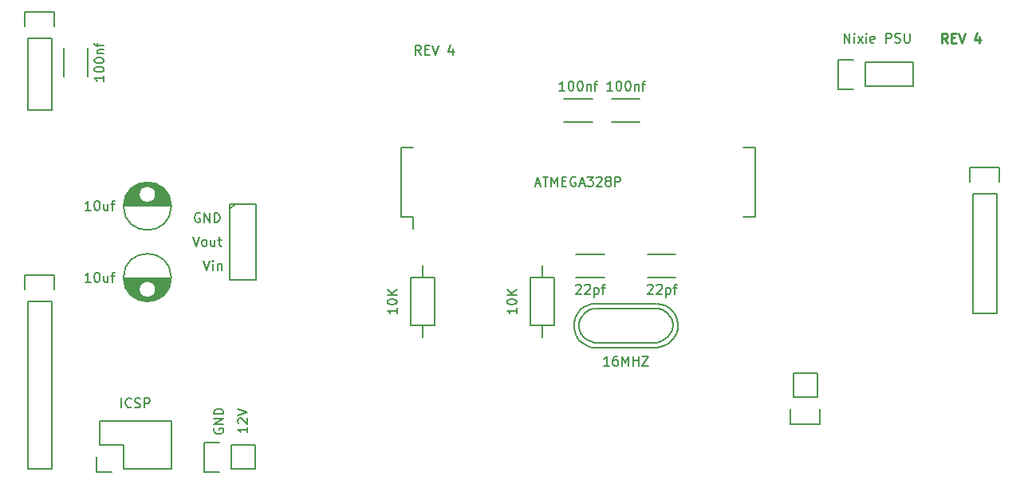
<source format=gto>
G04 #@! TF.FileFunction,Legend,Top*
%FSLAX46Y46*%
G04 Gerber Fmt 4.6, Leading zero omitted, Abs format (unit mm)*
G04 Created by KiCad (PCBNEW (2015-10-31 BZR 6288)-product) date Sunday, February 14, 2016 'AMt' 12:13:45 AM*
%MOMM*%
G01*
G04 APERTURE LIST*
%ADD10C,0.100000*%
%ADD11C,0.177800*%
%ADD12C,0.250000*%
%ADD13C,0.150000*%
G04 APERTURE END LIST*
D10*
D11*
X172537381Y-109910476D02*
X172537381Y-110481905D01*
X172537381Y-110196191D02*
X171537381Y-110196191D01*
X171680238Y-110291429D01*
X171775476Y-110386667D01*
X171823095Y-110481905D01*
X171537381Y-109291429D02*
X171537381Y-109196190D01*
X171585000Y-109100952D01*
X171632619Y-109053333D01*
X171727857Y-109005714D01*
X171918333Y-108958095D01*
X172156429Y-108958095D01*
X172346905Y-109005714D01*
X172442143Y-109053333D01*
X172489762Y-109100952D01*
X172537381Y-109196190D01*
X172537381Y-109291429D01*
X172489762Y-109386667D01*
X172442143Y-109434286D01*
X172346905Y-109481905D01*
X172156429Y-109529524D01*
X171918333Y-109529524D01*
X171727857Y-109481905D01*
X171632619Y-109434286D01*
X171585000Y-109386667D01*
X171537381Y-109291429D01*
X172537381Y-108529524D02*
X171537381Y-108529524D01*
X172537381Y-107958095D02*
X171965952Y-108386667D01*
X171537381Y-107958095D02*
X172108810Y-108529524D01*
X159837381Y-109910476D02*
X159837381Y-110481905D01*
X159837381Y-110196191D02*
X158837381Y-110196191D01*
X158980238Y-110291429D01*
X159075476Y-110386667D01*
X159123095Y-110481905D01*
X158837381Y-109291429D02*
X158837381Y-109196190D01*
X158885000Y-109100952D01*
X158932619Y-109053333D01*
X159027857Y-109005714D01*
X159218333Y-108958095D01*
X159456429Y-108958095D01*
X159646905Y-109005714D01*
X159742143Y-109053333D01*
X159789762Y-109100952D01*
X159837381Y-109196190D01*
X159837381Y-109291429D01*
X159789762Y-109386667D01*
X159742143Y-109434286D01*
X159646905Y-109481905D01*
X159456429Y-109529524D01*
X159218333Y-109529524D01*
X159027857Y-109481905D01*
X158932619Y-109434286D01*
X158885000Y-109386667D01*
X158837381Y-109291429D01*
X159837381Y-108529524D02*
X158837381Y-108529524D01*
X159837381Y-107958095D02*
X159265952Y-108386667D01*
X158837381Y-107958095D02*
X159408810Y-108529524D01*
X178840000Y-107497619D02*
X178887619Y-107450000D01*
X178982857Y-107402381D01*
X179220953Y-107402381D01*
X179316191Y-107450000D01*
X179363810Y-107497619D01*
X179411429Y-107592857D01*
X179411429Y-107688095D01*
X179363810Y-107830952D01*
X178792381Y-108402381D01*
X179411429Y-108402381D01*
X179792381Y-107497619D02*
X179840000Y-107450000D01*
X179935238Y-107402381D01*
X180173334Y-107402381D01*
X180268572Y-107450000D01*
X180316191Y-107497619D01*
X180363810Y-107592857D01*
X180363810Y-107688095D01*
X180316191Y-107830952D01*
X179744762Y-108402381D01*
X180363810Y-108402381D01*
X180792381Y-107735714D02*
X180792381Y-108735714D01*
X180792381Y-107783333D02*
X180887619Y-107735714D01*
X181078096Y-107735714D01*
X181173334Y-107783333D01*
X181220953Y-107830952D01*
X181268572Y-107926190D01*
X181268572Y-108211905D01*
X181220953Y-108307143D01*
X181173334Y-108354762D01*
X181078096Y-108402381D01*
X180887619Y-108402381D01*
X180792381Y-108354762D01*
X181554286Y-107735714D02*
X181935238Y-107735714D01*
X181697143Y-108402381D02*
X181697143Y-107545238D01*
X181744762Y-107450000D01*
X181840000Y-107402381D01*
X181935238Y-107402381D01*
X186460000Y-107497619D02*
X186507619Y-107450000D01*
X186602857Y-107402381D01*
X186840953Y-107402381D01*
X186936191Y-107450000D01*
X186983810Y-107497619D01*
X187031429Y-107592857D01*
X187031429Y-107688095D01*
X186983810Y-107830952D01*
X186412381Y-108402381D01*
X187031429Y-108402381D01*
X187412381Y-107497619D02*
X187460000Y-107450000D01*
X187555238Y-107402381D01*
X187793334Y-107402381D01*
X187888572Y-107450000D01*
X187936191Y-107497619D01*
X187983810Y-107592857D01*
X187983810Y-107688095D01*
X187936191Y-107830952D01*
X187364762Y-108402381D01*
X187983810Y-108402381D01*
X188412381Y-107735714D02*
X188412381Y-108735714D01*
X188412381Y-107783333D02*
X188507619Y-107735714D01*
X188698096Y-107735714D01*
X188793334Y-107783333D01*
X188840953Y-107830952D01*
X188888572Y-107926190D01*
X188888572Y-108211905D01*
X188840953Y-108307143D01*
X188793334Y-108354762D01*
X188698096Y-108402381D01*
X188507619Y-108402381D01*
X188412381Y-108354762D01*
X189174286Y-107735714D02*
X189555238Y-107735714D01*
X189317143Y-108402381D02*
X189317143Y-107545238D01*
X189364762Y-107450000D01*
X189460000Y-107402381D01*
X189555238Y-107402381D01*
X182388096Y-116022381D02*
X181816667Y-116022381D01*
X182102381Y-116022381D02*
X182102381Y-115022381D01*
X182007143Y-115165238D01*
X181911905Y-115260476D01*
X181816667Y-115308095D01*
X183245239Y-115022381D02*
X183054762Y-115022381D01*
X182959524Y-115070000D01*
X182911905Y-115117619D01*
X182816667Y-115260476D01*
X182769048Y-115450952D01*
X182769048Y-115831905D01*
X182816667Y-115927143D01*
X182864286Y-115974762D01*
X182959524Y-116022381D01*
X183150001Y-116022381D01*
X183245239Y-115974762D01*
X183292858Y-115927143D01*
X183340477Y-115831905D01*
X183340477Y-115593810D01*
X183292858Y-115498571D01*
X183245239Y-115450952D01*
X183150001Y-115403333D01*
X182959524Y-115403333D01*
X182864286Y-115450952D01*
X182816667Y-115498571D01*
X182769048Y-115593810D01*
X183769048Y-116022381D02*
X183769048Y-115022381D01*
X184102382Y-115736667D01*
X184435715Y-115022381D01*
X184435715Y-116022381D01*
X184911905Y-116022381D02*
X184911905Y-115022381D01*
X184911905Y-115498571D02*
X185483334Y-115498571D01*
X185483334Y-116022381D02*
X185483334Y-115022381D01*
X185864286Y-115022381D02*
X186530953Y-115022381D01*
X185864286Y-116022381D01*
X186530953Y-116022381D01*
X127341429Y-107132381D02*
X126770000Y-107132381D01*
X127055714Y-107132381D02*
X127055714Y-106132381D01*
X126960476Y-106275238D01*
X126865238Y-106370476D01*
X126770000Y-106418095D01*
X127960476Y-106132381D02*
X128055715Y-106132381D01*
X128150953Y-106180000D01*
X128198572Y-106227619D01*
X128246191Y-106322857D01*
X128293810Y-106513333D01*
X128293810Y-106751429D01*
X128246191Y-106941905D01*
X128198572Y-107037143D01*
X128150953Y-107084762D01*
X128055715Y-107132381D01*
X127960476Y-107132381D01*
X127865238Y-107084762D01*
X127817619Y-107037143D01*
X127770000Y-106941905D01*
X127722381Y-106751429D01*
X127722381Y-106513333D01*
X127770000Y-106322857D01*
X127817619Y-106227619D01*
X127865238Y-106180000D01*
X127960476Y-106132381D01*
X129150953Y-106465714D02*
X129150953Y-107132381D01*
X128722381Y-106465714D02*
X128722381Y-106989524D01*
X128770000Y-107084762D01*
X128865238Y-107132381D01*
X129008096Y-107132381D01*
X129103334Y-107084762D01*
X129150953Y-107037143D01*
X129484286Y-106465714D02*
X129865238Y-106465714D01*
X129627143Y-107132381D02*
X129627143Y-106275238D01*
X129674762Y-106180000D01*
X129770000Y-106132381D01*
X129865238Y-106132381D01*
X127341429Y-99512381D02*
X126770000Y-99512381D01*
X127055714Y-99512381D02*
X127055714Y-98512381D01*
X126960476Y-98655238D01*
X126865238Y-98750476D01*
X126770000Y-98798095D01*
X127960476Y-98512381D02*
X128055715Y-98512381D01*
X128150953Y-98560000D01*
X128198572Y-98607619D01*
X128246191Y-98702857D01*
X128293810Y-98893333D01*
X128293810Y-99131429D01*
X128246191Y-99321905D01*
X128198572Y-99417143D01*
X128150953Y-99464762D01*
X128055715Y-99512381D01*
X127960476Y-99512381D01*
X127865238Y-99464762D01*
X127817619Y-99417143D01*
X127770000Y-99321905D01*
X127722381Y-99131429D01*
X127722381Y-98893333D01*
X127770000Y-98702857D01*
X127817619Y-98607619D01*
X127865238Y-98560000D01*
X127960476Y-98512381D01*
X129150953Y-98845714D02*
X129150953Y-99512381D01*
X128722381Y-98845714D02*
X128722381Y-99369524D01*
X128770000Y-99464762D01*
X128865238Y-99512381D01*
X129008096Y-99512381D01*
X129103334Y-99464762D01*
X129150953Y-99417143D01*
X129484286Y-98845714D02*
X129865238Y-98845714D01*
X129627143Y-99512381D02*
X129627143Y-98655238D01*
X129674762Y-98560000D01*
X129770000Y-98512381D01*
X129865238Y-98512381D01*
X138938096Y-99830000D02*
X138842858Y-99782381D01*
X138700001Y-99782381D01*
X138557143Y-99830000D01*
X138461905Y-99925238D01*
X138414286Y-100020476D01*
X138366667Y-100210952D01*
X138366667Y-100353810D01*
X138414286Y-100544286D01*
X138461905Y-100639524D01*
X138557143Y-100734762D01*
X138700001Y-100782381D01*
X138795239Y-100782381D01*
X138938096Y-100734762D01*
X138985715Y-100687143D01*
X138985715Y-100353810D01*
X138795239Y-100353810D01*
X139414286Y-100782381D02*
X139414286Y-99782381D01*
X139985715Y-100782381D01*
X139985715Y-99782381D01*
X140461905Y-100782381D02*
X140461905Y-99782381D01*
X140700000Y-99782381D01*
X140842858Y-99830000D01*
X140938096Y-99925238D01*
X140985715Y-100020476D01*
X141033334Y-100210952D01*
X141033334Y-100353810D01*
X140985715Y-100544286D01*
X140938096Y-100639524D01*
X140842858Y-100734762D01*
X140700000Y-100782381D01*
X140461905Y-100782381D01*
X138176190Y-102322381D02*
X138509523Y-103322381D01*
X138842857Y-102322381D01*
X139319047Y-103322381D02*
X139223809Y-103274762D01*
X139176190Y-103227143D01*
X139128571Y-103131905D01*
X139128571Y-102846190D01*
X139176190Y-102750952D01*
X139223809Y-102703333D01*
X139319047Y-102655714D01*
X139461905Y-102655714D01*
X139557143Y-102703333D01*
X139604762Y-102750952D01*
X139652381Y-102846190D01*
X139652381Y-103131905D01*
X139604762Y-103227143D01*
X139557143Y-103274762D01*
X139461905Y-103322381D01*
X139319047Y-103322381D01*
X140509524Y-102655714D02*
X140509524Y-103322381D01*
X140080952Y-102655714D02*
X140080952Y-103179524D01*
X140128571Y-103274762D01*
X140223809Y-103322381D01*
X140366667Y-103322381D01*
X140461905Y-103274762D01*
X140509524Y-103227143D01*
X140842857Y-102655714D02*
X141223809Y-102655714D01*
X140985714Y-102322381D02*
X140985714Y-103179524D01*
X141033333Y-103274762D01*
X141128571Y-103322381D01*
X141223809Y-103322381D01*
X139311191Y-104862381D02*
X139644524Y-105862381D01*
X139977858Y-104862381D01*
X140311191Y-105862381D02*
X140311191Y-105195714D01*
X140311191Y-104862381D02*
X140263572Y-104910000D01*
X140311191Y-104957619D01*
X140358810Y-104910000D01*
X140311191Y-104862381D01*
X140311191Y-104957619D01*
X140787381Y-105195714D02*
X140787381Y-105862381D01*
X140787381Y-105290952D02*
X140835000Y-105243333D01*
X140930238Y-105195714D01*
X141073096Y-105195714D01*
X141168334Y-105243333D01*
X141215953Y-105338571D01*
X141215953Y-105862381D01*
X130603810Y-120467381D02*
X130603810Y-119467381D01*
X131651429Y-120372143D02*
X131603810Y-120419762D01*
X131460953Y-120467381D01*
X131365715Y-120467381D01*
X131222857Y-120419762D01*
X131127619Y-120324524D01*
X131080000Y-120229286D01*
X131032381Y-120038810D01*
X131032381Y-119895952D01*
X131080000Y-119705476D01*
X131127619Y-119610238D01*
X131222857Y-119515000D01*
X131365715Y-119467381D01*
X131460953Y-119467381D01*
X131603810Y-119515000D01*
X131651429Y-119562619D01*
X132032381Y-120419762D02*
X132175238Y-120467381D01*
X132413334Y-120467381D01*
X132508572Y-120419762D01*
X132556191Y-120372143D01*
X132603810Y-120276905D01*
X132603810Y-120181667D01*
X132556191Y-120086429D01*
X132508572Y-120038810D01*
X132413334Y-119991190D01*
X132222857Y-119943571D01*
X132127619Y-119895952D01*
X132080000Y-119848333D01*
X132032381Y-119753095D01*
X132032381Y-119657857D01*
X132080000Y-119562619D01*
X132127619Y-119515000D01*
X132222857Y-119467381D01*
X132460953Y-119467381D01*
X132603810Y-119515000D01*
X133032381Y-120467381D02*
X133032381Y-119467381D01*
X133413334Y-119467381D01*
X133508572Y-119515000D01*
X133556191Y-119562619D01*
X133603810Y-119657857D01*
X133603810Y-119800714D01*
X133556191Y-119895952D01*
X133508572Y-119943571D01*
X133413334Y-119991190D01*
X133032381Y-119991190D01*
X143962381Y-122539047D02*
X143962381Y-123110476D01*
X143962381Y-122824762D02*
X142962381Y-122824762D01*
X143105238Y-122920000D01*
X143200476Y-123015238D01*
X143248095Y-123110476D01*
X143057619Y-122158095D02*
X143010000Y-122110476D01*
X142962381Y-122015238D01*
X142962381Y-121777142D01*
X143010000Y-121681904D01*
X143057619Y-121634285D01*
X143152857Y-121586666D01*
X143248095Y-121586666D01*
X143390952Y-121634285D01*
X143962381Y-122205714D01*
X143962381Y-121586666D01*
X142962381Y-121300952D02*
X143962381Y-120967619D01*
X142962381Y-120634285D01*
X140470000Y-122681904D02*
X140422381Y-122777142D01*
X140422381Y-122919999D01*
X140470000Y-123062857D01*
X140565238Y-123158095D01*
X140660476Y-123205714D01*
X140850952Y-123253333D01*
X140993810Y-123253333D01*
X141184286Y-123205714D01*
X141279524Y-123158095D01*
X141374762Y-123062857D01*
X141422381Y-122919999D01*
X141422381Y-122824761D01*
X141374762Y-122681904D01*
X141327143Y-122634285D01*
X140993810Y-122634285D01*
X140993810Y-122824761D01*
X141422381Y-122205714D02*
X140422381Y-122205714D01*
X141422381Y-121634285D01*
X140422381Y-121634285D01*
X141422381Y-121158095D02*
X140422381Y-121158095D01*
X140422381Y-120920000D01*
X140470000Y-120777142D01*
X140565238Y-120681904D01*
X140660476Y-120634285D01*
X140850952Y-120586666D01*
X140993810Y-120586666D01*
X141184286Y-120634285D01*
X141279524Y-120681904D01*
X141374762Y-120777142D01*
X141422381Y-120920000D01*
X141422381Y-121158095D01*
X128722381Y-85224762D02*
X128722381Y-85796191D01*
X128722381Y-85510477D02*
X127722381Y-85510477D01*
X127865238Y-85605715D01*
X127960476Y-85700953D01*
X128008095Y-85796191D01*
X127722381Y-84605715D02*
X127722381Y-84510476D01*
X127770000Y-84415238D01*
X127817619Y-84367619D01*
X127912857Y-84320000D01*
X128103333Y-84272381D01*
X128341429Y-84272381D01*
X128531905Y-84320000D01*
X128627143Y-84367619D01*
X128674762Y-84415238D01*
X128722381Y-84510476D01*
X128722381Y-84605715D01*
X128674762Y-84700953D01*
X128627143Y-84748572D01*
X128531905Y-84796191D01*
X128341429Y-84843810D01*
X128103333Y-84843810D01*
X127912857Y-84796191D01*
X127817619Y-84748572D01*
X127770000Y-84700953D01*
X127722381Y-84605715D01*
X127722381Y-83653334D02*
X127722381Y-83558095D01*
X127770000Y-83462857D01*
X127817619Y-83415238D01*
X127912857Y-83367619D01*
X128103333Y-83320000D01*
X128341429Y-83320000D01*
X128531905Y-83367619D01*
X128627143Y-83415238D01*
X128674762Y-83462857D01*
X128722381Y-83558095D01*
X128722381Y-83653334D01*
X128674762Y-83748572D01*
X128627143Y-83796191D01*
X128531905Y-83843810D01*
X128341429Y-83891429D01*
X128103333Y-83891429D01*
X127912857Y-83843810D01*
X127817619Y-83796191D01*
X127770000Y-83748572D01*
X127722381Y-83653334D01*
X128055714Y-82891429D02*
X128722381Y-82891429D01*
X128150952Y-82891429D02*
X128103333Y-82843810D01*
X128055714Y-82748572D01*
X128055714Y-82605714D01*
X128103333Y-82510476D01*
X128198571Y-82462857D01*
X128722381Y-82462857D01*
X128055714Y-82129524D02*
X128055714Y-81748572D01*
X128722381Y-81986667D02*
X127865238Y-81986667D01*
X127770000Y-81939048D01*
X127722381Y-81843810D01*
X127722381Y-81748572D01*
X182745238Y-86812381D02*
X182173809Y-86812381D01*
X182459523Y-86812381D02*
X182459523Y-85812381D01*
X182364285Y-85955238D01*
X182269047Y-86050476D01*
X182173809Y-86098095D01*
X183364285Y-85812381D02*
X183459524Y-85812381D01*
X183554762Y-85860000D01*
X183602381Y-85907619D01*
X183650000Y-86002857D01*
X183697619Y-86193333D01*
X183697619Y-86431429D01*
X183650000Y-86621905D01*
X183602381Y-86717143D01*
X183554762Y-86764762D01*
X183459524Y-86812381D01*
X183364285Y-86812381D01*
X183269047Y-86764762D01*
X183221428Y-86717143D01*
X183173809Y-86621905D01*
X183126190Y-86431429D01*
X183126190Y-86193333D01*
X183173809Y-86002857D01*
X183221428Y-85907619D01*
X183269047Y-85860000D01*
X183364285Y-85812381D01*
X184316666Y-85812381D02*
X184411905Y-85812381D01*
X184507143Y-85860000D01*
X184554762Y-85907619D01*
X184602381Y-86002857D01*
X184650000Y-86193333D01*
X184650000Y-86431429D01*
X184602381Y-86621905D01*
X184554762Y-86717143D01*
X184507143Y-86764762D01*
X184411905Y-86812381D01*
X184316666Y-86812381D01*
X184221428Y-86764762D01*
X184173809Y-86717143D01*
X184126190Y-86621905D01*
X184078571Y-86431429D01*
X184078571Y-86193333D01*
X184126190Y-86002857D01*
X184173809Y-85907619D01*
X184221428Y-85860000D01*
X184316666Y-85812381D01*
X185078571Y-86145714D02*
X185078571Y-86812381D01*
X185078571Y-86240952D02*
X185126190Y-86193333D01*
X185221428Y-86145714D01*
X185364286Y-86145714D01*
X185459524Y-86193333D01*
X185507143Y-86288571D01*
X185507143Y-86812381D01*
X185840476Y-86145714D02*
X186221428Y-86145714D01*
X185983333Y-86812381D02*
X185983333Y-85955238D01*
X186030952Y-85860000D01*
X186126190Y-85812381D01*
X186221428Y-85812381D01*
X162401429Y-83002381D02*
X162068095Y-82526190D01*
X161830000Y-83002381D02*
X161830000Y-82002381D01*
X162210953Y-82002381D01*
X162306191Y-82050000D01*
X162353810Y-82097619D01*
X162401429Y-82192857D01*
X162401429Y-82335714D01*
X162353810Y-82430952D01*
X162306191Y-82478571D01*
X162210953Y-82526190D01*
X161830000Y-82526190D01*
X162830000Y-82478571D02*
X163163334Y-82478571D01*
X163306191Y-83002381D02*
X162830000Y-83002381D01*
X162830000Y-82002381D01*
X163306191Y-82002381D01*
X163591905Y-82002381D02*
X163925238Y-83002381D01*
X164258572Y-82002381D01*
X165782382Y-82335714D02*
X165782382Y-83002381D01*
X165544286Y-81954762D02*
X165306191Y-82669048D01*
X165925239Y-82669048D01*
X177665238Y-86812381D02*
X177093809Y-86812381D01*
X177379523Y-86812381D02*
X177379523Y-85812381D01*
X177284285Y-85955238D01*
X177189047Y-86050476D01*
X177093809Y-86098095D01*
X178284285Y-85812381D02*
X178379524Y-85812381D01*
X178474762Y-85860000D01*
X178522381Y-85907619D01*
X178570000Y-86002857D01*
X178617619Y-86193333D01*
X178617619Y-86431429D01*
X178570000Y-86621905D01*
X178522381Y-86717143D01*
X178474762Y-86764762D01*
X178379524Y-86812381D01*
X178284285Y-86812381D01*
X178189047Y-86764762D01*
X178141428Y-86717143D01*
X178093809Y-86621905D01*
X178046190Y-86431429D01*
X178046190Y-86193333D01*
X178093809Y-86002857D01*
X178141428Y-85907619D01*
X178189047Y-85860000D01*
X178284285Y-85812381D01*
X179236666Y-85812381D02*
X179331905Y-85812381D01*
X179427143Y-85860000D01*
X179474762Y-85907619D01*
X179522381Y-86002857D01*
X179570000Y-86193333D01*
X179570000Y-86431429D01*
X179522381Y-86621905D01*
X179474762Y-86717143D01*
X179427143Y-86764762D01*
X179331905Y-86812381D01*
X179236666Y-86812381D01*
X179141428Y-86764762D01*
X179093809Y-86717143D01*
X179046190Y-86621905D01*
X178998571Y-86431429D01*
X178998571Y-86193333D01*
X179046190Y-86002857D01*
X179093809Y-85907619D01*
X179141428Y-85860000D01*
X179236666Y-85812381D01*
X179998571Y-86145714D02*
X179998571Y-86812381D01*
X179998571Y-86240952D02*
X180046190Y-86193333D01*
X180141428Y-86145714D01*
X180284286Y-86145714D01*
X180379524Y-86193333D01*
X180427143Y-86288571D01*
X180427143Y-86812381D01*
X180760476Y-86145714D02*
X181141428Y-86145714D01*
X180903333Y-86812381D02*
X180903333Y-85955238D01*
X180950952Y-85860000D01*
X181046190Y-85812381D01*
X181141428Y-85812381D01*
X207343810Y-81732381D02*
X207343810Y-80732381D01*
X207915239Y-81732381D01*
X207915239Y-80732381D01*
X208391429Y-81732381D02*
X208391429Y-81065714D01*
X208391429Y-80732381D02*
X208343810Y-80780000D01*
X208391429Y-80827619D01*
X208439048Y-80780000D01*
X208391429Y-80732381D01*
X208391429Y-80827619D01*
X208772381Y-81732381D02*
X209296191Y-81065714D01*
X208772381Y-81065714D02*
X209296191Y-81732381D01*
X209677143Y-81732381D02*
X209677143Y-81065714D01*
X209677143Y-80732381D02*
X209629524Y-80780000D01*
X209677143Y-80827619D01*
X209724762Y-80780000D01*
X209677143Y-80732381D01*
X209677143Y-80827619D01*
X210534286Y-81684762D02*
X210439048Y-81732381D01*
X210248571Y-81732381D01*
X210153333Y-81684762D01*
X210105714Y-81589524D01*
X210105714Y-81208571D01*
X210153333Y-81113333D01*
X210248571Y-81065714D01*
X210439048Y-81065714D01*
X210534286Y-81113333D01*
X210581905Y-81208571D01*
X210581905Y-81303810D01*
X210105714Y-81399048D01*
X211772381Y-81732381D02*
X211772381Y-80732381D01*
X212153334Y-80732381D01*
X212248572Y-80780000D01*
X212296191Y-80827619D01*
X212343810Y-80922857D01*
X212343810Y-81065714D01*
X212296191Y-81160952D01*
X212248572Y-81208571D01*
X212153334Y-81256190D01*
X211772381Y-81256190D01*
X212724762Y-81684762D02*
X212867619Y-81732381D01*
X213105715Y-81732381D01*
X213200953Y-81684762D01*
X213248572Y-81637143D01*
X213296191Y-81541905D01*
X213296191Y-81446667D01*
X213248572Y-81351429D01*
X213200953Y-81303810D01*
X213105715Y-81256190D01*
X212915238Y-81208571D01*
X212820000Y-81160952D01*
X212772381Y-81113333D01*
X212724762Y-81018095D01*
X212724762Y-80922857D01*
X212772381Y-80827619D01*
X212820000Y-80780000D01*
X212915238Y-80732381D01*
X213153334Y-80732381D01*
X213296191Y-80780000D01*
X213724762Y-80732381D02*
X213724762Y-81541905D01*
X213772381Y-81637143D01*
X213820000Y-81684762D01*
X213915238Y-81732381D01*
X214105715Y-81732381D01*
X214200953Y-81684762D01*
X214248572Y-81637143D01*
X214296191Y-81541905D01*
X214296191Y-80732381D01*
D12*
X218281429Y-81732381D02*
X217948095Y-81256190D01*
X217710000Y-81732381D02*
X217710000Y-80732381D01*
X218090953Y-80732381D01*
X218186191Y-80780000D01*
X218233810Y-80827619D01*
X218281429Y-80922857D01*
X218281429Y-81065714D01*
X218233810Y-81160952D01*
X218186191Y-81208571D01*
X218090953Y-81256190D01*
X217710000Y-81256190D01*
X218710000Y-81208571D02*
X219043334Y-81208571D01*
X219186191Y-81732381D02*
X218710000Y-81732381D01*
X218710000Y-80732381D01*
X219186191Y-80732381D01*
X219471905Y-80732381D02*
X219805238Y-81732381D01*
X220138572Y-80732381D01*
X221662382Y-81065714D02*
X221662382Y-81732381D01*
X221424286Y-80684762D02*
X221186191Y-81399048D01*
X221805239Y-81399048D01*
D11*
X174570000Y-96686667D02*
X175046191Y-96686667D01*
X174474762Y-96972381D02*
X174808095Y-95972381D01*
X175141429Y-96972381D01*
X175331905Y-95972381D02*
X175903334Y-95972381D01*
X175617619Y-96972381D02*
X175617619Y-95972381D01*
X176236667Y-96972381D02*
X176236667Y-95972381D01*
X176570001Y-96686667D01*
X176903334Y-95972381D01*
X176903334Y-96972381D01*
X177379524Y-96448571D02*
X177712858Y-96448571D01*
X177855715Y-96972381D02*
X177379524Y-96972381D01*
X177379524Y-95972381D01*
X177855715Y-95972381D01*
X178808096Y-96020000D02*
X178712858Y-95972381D01*
X178570001Y-95972381D01*
X178427143Y-96020000D01*
X178331905Y-96115238D01*
X178284286Y-96210476D01*
X178236667Y-96400952D01*
X178236667Y-96543810D01*
X178284286Y-96734286D01*
X178331905Y-96829524D01*
X178427143Y-96924762D01*
X178570001Y-96972381D01*
X178665239Y-96972381D01*
X178808096Y-96924762D01*
X178855715Y-96877143D01*
X178855715Y-96543810D01*
X178665239Y-96543810D01*
X179236667Y-96686667D02*
X179712858Y-96686667D01*
X179141429Y-96972381D02*
X179474762Y-95972381D01*
X179808096Y-96972381D01*
X180046191Y-95972381D02*
X180665239Y-95972381D01*
X180331905Y-96353333D01*
X180474763Y-96353333D01*
X180570001Y-96400952D01*
X180617620Y-96448571D01*
X180665239Y-96543810D01*
X180665239Y-96781905D01*
X180617620Y-96877143D01*
X180570001Y-96924762D01*
X180474763Y-96972381D01*
X180189048Y-96972381D01*
X180093810Y-96924762D01*
X180046191Y-96877143D01*
X181046191Y-96067619D02*
X181093810Y-96020000D01*
X181189048Y-95972381D01*
X181427144Y-95972381D01*
X181522382Y-96020000D01*
X181570001Y-96067619D01*
X181617620Y-96162857D01*
X181617620Y-96258095D01*
X181570001Y-96400952D01*
X180998572Y-96972381D01*
X181617620Y-96972381D01*
X182189048Y-96400952D02*
X182093810Y-96353333D01*
X182046191Y-96305714D01*
X181998572Y-96210476D01*
X181998572Y-96162857D01*
X182046191Y-96067619D01*
X182093810Y-96020000D01*
X182189048Y-95972381D01*
X182379525Y-95972381D01*
X182474763Y-96020000D01*
X182522382Y-96067619D01*
X182570001Y-96162857D01*
X182570001Y-96210476D01*
X182522382Y-96305714D01*
X182474763Y-96353333D01*
X182379525Y-96400952D01*
X182189048Y-96400952D01*
X182093810Y-96448571D01*
X182046191Y-96496190D01*
X181998572Y-96591429D01*
X181998572Y-96781905D01*
X182046191Y-96877143D01*
X182093810Y-96924762D01*
X182189048Y-96972381D01*
X182379525Y-96972381D01*
X182474763Y-96924762D01*
X182522382Y-96877143D01*
X182570001Y-96781905D01*
X182570001Y-96591429D01*
X182522382Y-96496190D01*
X182474763Y-96448571D01*
X182379525Y-96400952D01*
X182998572Y-96972381D02*
X182998572Y-95972381D01*
X183379525Y-95972381D01*
X183474763Y-96020000D01*
X183522382Y-96067619D01*
X183570001Y-96162857D01*
X183570001Y-96305714D01*
X183522382Y-96400952D01*
X183474763Y-96448571D01*
X183379525Y-96496190D01*
X182998572Y-96496190D01*
D13*
X182630000Y-87650000D02*
X185630000Y-87650000D01*
X185630000Y-90150000D02*
X182630000Y-90150000D01*
X126980000Y-82300000D02*
X126980000Y-85300000D01*
X124480000Y-85300000D02*
X124480000Y-82300000D01*
X180590000Y-90150000D02*
X177590000Y-90150000D01*
X177590000Y-87650000D02*
X180590000Y-87650000D01*
X186440000Y-104160000D02*
X189440000Y-104160000D01*
X189440000Y-106660000D02*
X186440000Y-106660000D01*
X181860000Y-106660000D02*
X178860000Y-106660000D01*
X178860000Y-104160000D02*
X181860000Y-104160000D01*
X135849000Y-106735000D02*
X130851000Y-106735000D01*
X135841000Y-106875000D02*
X130859000Y-106875000D01*
X135825000Y-107015000D02*
X133445000Y-107015000D01*
X133255000Y-107015000D02*
X130875000Y-107015000D01*
X135801000Y-107155000D02*
X133840000Y-107155000D01*
X132860000Y-107155000D02*
X130899000Y-107155000D01*
X135768000Y-107295000D02*
X134007000Y-107295000D01*
X132693000Y-107295000D02*
X130932000Y-107295000D01*
X135727000Y-107435000D02*
X134114000Y-107435000D01*
X132586000Y-107435000D02*
X130973000Y-107435000D01*
X135677000Y-107575000D02*
X134185000Y-107575000D01*
X132515000Y-107575000D02*
X131023000Y-107575000D01*
X135616000Y-107715000D02*
X134229000Y-107715000D01*
X132471000Y-107715000D02*
X131084000Y-107715000D01*
X135546000Y-107855000D02*
X134248000Y-107855000D01*
X132452000Y-107855000D02*
X131154000Y-107855000D01*
X135464000Y-107995000D02*
X134246000Y-107995000D01*
X132454000Y-107995000D02*
X131236000Y-107995000D01*
X135369000Y-108135000D02*
X134221000Y-108135000D01*
X132479000Y-108135000D02*
X131331000Y-108135000D01*
X135258000Y-108275000D02*
X134173000Y-108275000D01*
X132527000Y-108275000D02*
X131442000Y-108275000D01*
X135130000Y-108415000D02*
X134095000Y-108415000D01*
X132605000Y-108415000D02*
X131570000Y-108415000D01*
X134981000Y-108555000D02*
X133978000Y-108555000D01*
X132722000Y-108555000D02*
X131719000Y-108555000D01*
X134802000Y-108695000D02*
X133790000Y-108695000D01*
X132910000Y-108695000D02*
X131898000Y-108695000D01*
X134583000Y-108835000D02*
X132117000Y-108835000D01*
X134294000Y-108975000D02*
X132406000Y-108975000D01*
X133822000Y-109115000D02*
X132878000Y-109115000D01*
X134250000Y-107910000D02*
G75*
G03X134250000Y-107910000I-900000J0D01*
G01*
X135887500Y-106660000D02*
G75*
G03X135887500Y-106660000I-2537500J0D01*
G01*
X130851000Y-99005000D02*
X135849000Y-99005000D01*
X130859000Y-98865000D02*
X135841000Y-98865000D01*
X130875000Y-98725000D02*
X133255000Y-98725000D01*
X133445000Y-98725000D02*
X135825000Y-98725000D01*
X130899000Y-98585000D02*
X132860000Y-98585000D01*
X133840000Y-98585000D02*
X135801000Y-98585000D01*
X130932000Y-98445000D02*
X132693000Y-98445000D01*
X134007000Y-98445000D02*
X135768000Y-98445000D01*
X130973000Y-98305000D02*
X132586000Y-98305000D01*
X134114000Y-98305000D02*
X135727000Y-98305000D01*
X131023000Y-98165000D02*
X132515000Y-98165000D01*
X134185000Y-98165000D02*
X135677000Y-98165000D01*
X131084000Y-98025000D02*
X132471000Y-98025000D01*
X134229000Y-98025000D02*
X135616000Y-98025000D01*
X131154000Y-97885000D02*
X132452000Y-97885000D01*
X134248000Y-97885000D02*
X135546000Y-97885000D01*
X131236000Y-97745000D02*
X132454000Y-97745000D01*
X134246000Y-97745000D02*
X135464000Y-97745000D01*
X131331000Y-97605000D02*
X132479000Y-97605000D01*
X134221000Y-97605000D02*
X135369000Y-97605000D01*
X131442000Y-97465000D02*
X132527000Y-97465000D01*
X134173000Y-97465000D02*
X135258000Y-97465000D01*
X131570000Y-97325000D02*
X132605000Y-97325000D01*
X134095000Y-97325000D02*
X135130000Y-97325000D01*
X131719000Y-97185000D02*
X132722000Y-97185000D01*
X133978000Y-97185000D02*
X134981000Y-97185000D01*
X131898000Y-97045000D02*
X132910000Y-97045000D01*
X133790000Y-97045000D02*
X134802000Y-97045000D01*
X132117000Y-96905000D02*
X134583000Y-96905000D01*
X132406000Y-96765000D02*
X134294000Y-96765000D01*
X132878000Y-96625000D02*
X133822000Y-96625000D01*
X134250000Y-97830000D02*
G75*
G03X134250000Y-97830000I-900000J0D01*
G01*
X135887500Y-99080000D02*
G75*
G03X135887500Y-99080000I-2537500J0D01*
G01*
X160265000Y-100195000D02*
X161535000Y-100195000D01*
X160265000Y-92845000D02*
X161535000Y-92845000D01*
X197875000Y-92845000D02*
X196605000Y-92845000D01*
X197875000Y-100195000D02*
X196605000Y-100195000D01*
X160265000Y-100195000D02*
X160265000Y-92845000D01*
X197875000Y-100195000D02*
X197875000Y-92845000D01*
X161535000Y-100195000D02*
X161535000Y-101480000D01*
X209550000Y-86360000D02*
X214630000Y-86360000D01*
X214630000Y-86360000D02*
X214630000Y-83820000D01*
X214630000Y-83820000D02*
X209550000Y-83820000D01*
X206730000Y-83540000D02*
X208280000Y-83540000D01*
X209550000Y-83820000D02*
X209550000Y-86360000D01*
X208280000Y-86640000D02*
X206730000Y-86640000D01*
X206730000Y-86640000D02*
X206730000Y-83540000D01*
X120650000Y-81280000D02*
X120650000Y-88900000D01*
X123190000Y-81280000D02*
X123190000Y-88900000D01*
X123470000Y-78460000D02*
X123470000Y-80010000D01*
X120650000Y-88900000D02*
X123190000Y-88900000D01*
X123190000Y-81280000D02*
X120650000Y-81280000D01*
X120370000Y-80010000D02*
X120370000Y-78460000D01*
X120370000Y-78460000D02*
X123470000Y-78460000D01*
X123190000Y-109220000D02*
X123190000Y-127000000D01*
X123190000Y-127000000D02*
X120650000Y-127000000D01*
X120650000Y-127000000D02*
X120650000Y-109220000D01*
X123470000Y-106400000D02*
X123470000Y-107950000D01*
X123190000Y-109220000D02*
X120650000Y-109220000D01*
X120370000Y-107950000D02*
X120370000Y-106400000D01*
X120370000Y-106400000D02*
X123470000Y-106400000D01*
X223520000Y-97790000D02*
X223520000Y-110490000D01*
X223520000Y-110490000D02*
X220980000Y-110490000D01*
X220980000Y-110490000D02*
X220980000Y-97790000D01*
X223800000Y-94970000D02*
X223800000Y-96520000D01*
X223520000Y-97790000D02*
X220980000Y-97790000D01*
X220700000Y-96520000D02*
X220700000Y-94970000D01*
X220700000Y-94970000D02*
X223800000Y-94970000D01*
X130810000Y-127000000D02*
X135890000Y-127000000D01*
X127990000Y-127280000D02*
X127990000Y-125730000D01*
X128270000Y-124460000D02*
X130810000Y-124460000D01*
X130810000Y-124460000D02*
X130810000Y-127000000D01*
X135890000Y-127000000D02*
X135890000Y-121920000D01*
X135890000Y-121920000D02*
X130810000Y-121920000D01*
X127990000Y-127280000D02*
X129540000Y-127280000D01*
X128270000Y-121920000D02*
X128270000Y-124460000D01*
X130810000Y-121920000D02*
X128270000Y-121920000D01*
X201930000Y-119380000D02*
X201930000Y-116840000D01*
X201650000Y-122200000D02*
X201650000Y-120650000D01*
X201930000Y-119380000D02*
X204470000Y-119380000D01*
X204750000Y-120650000D02*
X204750000Y-122200000D01*
X204750000Y-122200000D02*
X201650000Y-122200000D01*
X204470000Y-119380000D02*
X204470000Y-116840000D01*
X204470000Y-116840000D02*
X201930000Y-116840000D01*
X142240000Y-124460000D02*
X144780000Y-124460000D01*
X139420000Y-124180000D02*
X140970000Y-124180000D01*
X142240000Y-124460000D02*
X142240000Y-127000000D01*
X140970000Y-127280000D02*
X139420000Y-127280000D01*
X139420000Y-127280000D02*
X139420000Y-124180000D01*
X142240000Y-127000000D02*
X144780000Y-127000000D01*
X144780000Y-127000000D02*
X144780000Y-124460000D01*
X163830000Y-106680000D02*
X163830000Y-111760000D01*
X163830000Y-111760000D02*
X161290000Y-111760000D01*
X161290000Y-111760000D02*
X161290000Y-106680000D01*
X161290000Y-106680000D02*
X163830000Y-106680000D01*
X162560000Y-106680000D02*
X162560000Y-105410000D01*
X162560000Y-111760000D02*
X162560000Y-113030000D01*
X173990000Y-111760000D02*
X173990000Y-106680000D01*
X173990000Y-106680000D02*
X176530000Y-106680000D01*
X176530000Y-106680000D02*
X176530000Y-111760000D01*
X176530000Y-111760000D02*
X173990000Y-111760000D01*
X175260000Y-111760000D02*
X175260000Y-113030000D01*
X175260000Y-106680000D02*
X175260000Y-105410000D01*
X188849000Y-110759240D02*
X189049660Y-111160560D01*
X189049660Y-111160560D02*
X189151260Y-111760000D01*
X189151260Y-111760000D02*
X189049660Y-112260380D01*
X189049660Y-112260380D02*
X188650880Y-112958880D01*
X188650880Y-112958880D02*
X188048900Y-113360200D01*
X188048900Y-113360200D02*
X187449460Y-113560860D01*
X187449460Y-113560860D02*
X180850540Y-113560860D01*
X180850540Y-113560860D02*
X180149500Y-113360200D01*
X180149500Y-113360200D02*
X179750720Y-113060480D01*
X179750720Y-113060480D02*
X179349400Y-112560100D01*
X179349400Y-112560100D02*
X179148740Y-111960660D01*
X179148740Y-111960660D02*
X179148740Y-111460280D01*
X179148740Y-111460280D02*
X179349400Y-110959900D01*
X179349400Y-110959900D02*
X179849780Y-110360460D01*
X179849780Y-110360460D02*
X180350160Y-110060740D01*
X180350160Y-110060740D02*
X180850540Y-109959140D01*
X180949600Y-109959140D02*
X187551060Y-109959140D01*
X187551060Y-109959140D02*
X187949840Y-110060740D01*
X187949840Y-110060740D02*
X188450220Y-110360460D01*
X188450220Y-110360460D02*
X188950600Y-110860840D01*
X180959760Y-109430820D02*
X180500020Y-109479080D01*
X180500020Y-109479080D02*
X180101240Y-109590840D01*
X180101240Y-109590840D02*
X179669440Y-109809280D01*
X179669440Y-109809280D02*
X179379880Y-110040420D01*
X179379880Y-110040420D02*
X179049680Y-110390940D01*
X179049680Y-110390940D02*
X178760120Y-110929420D01*
X178760120Y-110929420D02*
X178630580Y-111528860D01*
X178630580Y-111528860D02*
X178630580Y-112039400D01*
X178630580Y-112039400D02*
X178800760Y-112740440D01*
X178800760Y-112740440D02*
X179199540Y-113329720D01*
X179199540Y-113329720D02*
X179659280Y-113700560D01*
X179659280Y-113700560D02*
X180080920Y-113908840D01*
X180080920Y-113908840D02*
X180530500Y-114068860D01*
X180530500Y-114068860D02*
X180969920Y-114099340D01*
X188310520Y-113880900D02*
X188688980Y-113659920D01*
X188688980Y-113659920D02*
X189009020Y-113380520D01*
X189009020Y-113380520D02*
X189260480Y-113050320D01*
X189260480Y-113050320D02*
X189560200Y-112499140D01*
X189560200Y-112499140D02*
X189669420Y-112029240D01*
X189669420Y-112029240D02*
X189689740Y-111569500D01*
X189689740Y-111569500D02*
X189600840Y-111109760D01*
X189600840Y-111109760D02*
X189410340Y-110660180D01*
X189410340Y-110660180D02*
X189049660Y-110190280D01*
X189049660Y-110190280D02*
X188699140Y-109870240D01*
X188699140Y-109870240D02*
X188310520Y-109639100D01*
X188310520Y-109639100D02*
X187881260Y-109499400D01*
X187881260Y-109499400D02*
X187439300Y-109430820D01*
X180949600Y-114089180D02*
X187401200Y-114089180D01*
X187401200Y-114089180D02*
X187820300Y-114051080D01*
X187820300Y-114051080D02*
X188310520Y-113880900D01*
X180949600Y-109430820D02*
X187401200Y-109430820D01*
X142709900Y-98869500D02*
X142110460Y-99369880D01*
X142110460Y-98869500D02*
X142110460Y-106870500D01*
X144909540Y-98869500D02*
X144909540Y-106870500D01*
X144909540Y-98869500D02*
X142110460Y-98869500D01*
X144909540Y-106870500D02*
X142110460Y-106870500D01*
M02*

</source>
